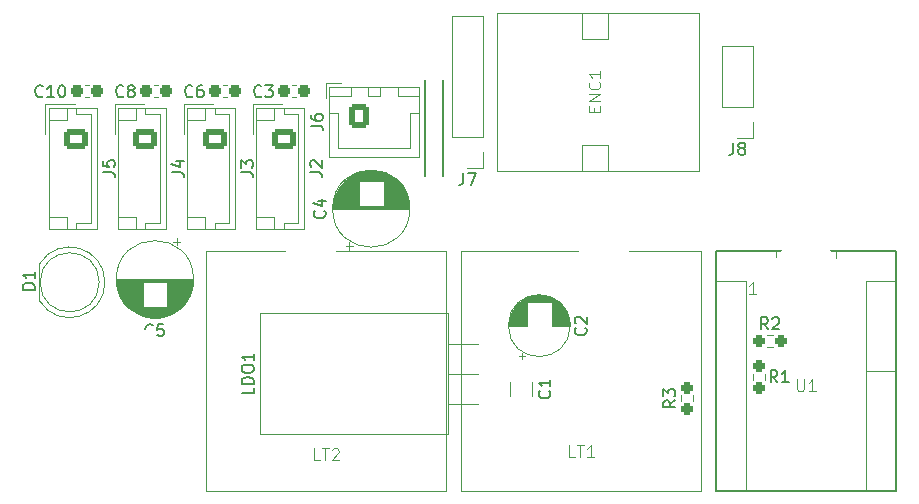
<source format=gbr>
%TF.GenerationSoftware,KiCad,Pcbnew,8.0.5*%
%TF.CreationDate,2024-09-28T03:45:08+09:00*%
%TF.ProjectId,_____,b5fcdcfa-7f2e-46b6-9963-61645f706362,rev?*%
%TF.SameCoordinates,Original*%
%TF.FileFunction,Legend,Top*%
%TF.FilePolarity,Positive*%
%FSLAX46Y46*%
G04 Gerber Fmt 4.6, Leading zero omitted, Abs format (unit mm)*
G04 Created by KiCad (PCBNEW 8.0.5) date 2024-09-28 03:45:08*
%MOMM*%
%LPD*%
G01*
G04 APERTURE LIST*
G04 Aperture macros list*
%AMRoundRect*
0 Rectangle with rounded corners*
0 $1 Rounding radius*
0 $2 $3 $4 $5 $6 $7 $8 $9 X,Y pos of 4 corners*
0 Add a 4 corners polygon primitive as box body*
4,1,4,$2,$3,$4,$5,$6,$7,$8,$9,$2,$3,0*
0 Add four circle primitives for the rounded corners*
1,1,$1+$1,$2,$3*
1,1,$1+$1,$4,$5*
1,1,$1+$1,$6,$7*
1,1,$1+$1,$8,$9*
0 Add four rect primitives between the rounded corners*
20,1,$1+$1,$2,$3,$4,$5,0*
20,1,$1+$1,$4,$5,$6,$7,0*
20,1,$1+$1,$6,$7,$8,$9,0*
20,1,$1+$1,$8,$9,$2,$3,0*%
G04 Aperture macros list end*
%ADD10C,0.150000*%
%ADD11C,0.100000*%
%ADD12C,0.120000*%
%ADD13C,0.200000*%
%ADD14C,1.600000*%
%ADD15C,1.524000*%
%ADD16R,1.524000X1.524000*%
%ADD17RoundRect,0.237500X-0.300000X-0.237500X0.300000X-0.237500X0.300000X0.237500X-0.300000X0.237500X0*%
%ADD18C,1.750000*%
%ADD19C,5.600000*%
%ADD20R,1.700000X1.700000*%
%ADD21O,1.700000X1.700000*%
%ADD22RoundRect,0.237500X0.237500X-0.250000X0.237500X0.250000X-0.237500X0.250000X-0.237500X-0.250000X0*%
%ADD23R,1.600000X1.600000*%
%ADD24O,3.500000X3.500000*%
%ADD25R,2.000000X1.905000*%
%ADD26O,2.000000X1.905000*%
%ADD27C,3.500000*%
%ADD28R,3.500000X3.500000*%
%ADD29C,1.400000*%
%ADD30RoundRect,0.250000X-0.725000X0.600000X-0.725000X-0.600000X0.725000X-0.600000X0.725000X0.600000X0*%
%ADD31O,1.950000X1.700000*%
%ADD32RoundRect,0.250000X-0.600000X-0.750000X0.600000X-0.750000X0.600000X0.750000X-0.600000X0.750000X0*%
%ADD33O,1.700000X2.000000*%
%ADD34R,1.800000X1.800000*%
%ADD35C,1.800000*%
%ADD36RoundRect,0.237500X-0.250000X-0.237500X0.250000X-0.237500X0.250000X0.237500X-0.250000X0.237500X0*%
G04 APERTURE END LIST*
D10*
X69342000Y-71120000D02*
X69342000Y-62992000D01*
X70866000Y-62992000D02*
X70866000Y-71120000D01*
X79841580Y-89320666D02*
X79889200Y-89368285D01*
X79889200Y-89368285D02*
X79936819Y-89511142D01*
X79936819Y-89511142D02*
X79936819Y-89606380D01*
X79936819Y-89606380D02*
X79889200Y-89749237D01*
X79889200Y-89749237D02*
X79793961Y-89844475D01*
X79793961Y-89844475D02*
X79698723Y-89892094D01*
X79698723Y-89892094D02*
X79508247Y-89939713D01*
X79508247Y-89939713D02*
X79365390Y-89939713D01*
X79365390Y-89939713D02*
X79174914Y-89892094D01*
X79174914Y-89892094D02*
X79079676Y-89844475D01*
X79079676Y-89844475D02*
X78984438Y-89749237D01*
X78984438Y-89749237D02*
X78936819Y-89606380D01*
X78936819Y-89606380D02*
X78936819Y-89511142D01*
X78936819Y-89511142D02*
X78984438Y-89368285D01*
X78984438Y-89368285D02*
X79032057Y-89320666D01*
X79936819Y-88368285D02*
X79936819Y-88939713D01*
X79936819Y-88653999D02*
X78936819Y-88653999D01*
X78936819Y-88653999D02*
X79079676Y-88749237D01*
X79079676Y-88749237D02*
X79174914Y-88844475D01*
X79174914Y-88844475D02*
X79222533Y-88939713D01*
D11*
X100838095Y-88357419D02*
X100838095Y-89166942D01*
X100838095Y-89166942D02*
X100885714Y-89262180D01*
X100885714Y-89262180D02*
X100933333Y-89309800D01*
X100933333Y-89309800D02*
X101028571Y-89357419D01*
X101028571Y-89357419D02*
X101219047Y-89357419D01*
X101219047Y-89357419D02*
X101314285Y-89309800D01*
X101314285Y-89309800D02*
X101361904Y-89262180D01*
X101361904Y-89262180D02*
X101409523Y-89166942D01*
X101409523Y-89166942D02*
X101409523Y-88357419D01*
X102409523Y-89357419D02*
X101838095Y-89357419D01*
X102123809Y-89357419D02*
X102123809Y-88357419D01*
X102123809Y-88357419D02*
X102028571Y-88500276D01*
X102028571Y-88500276D02*
X101933333Y-88595514D01*
X101933333Y-88595514D02*
X101838095Y-88643133D01*
X97347693Y-81152419D02*
X96776265Y-81152419D01*
X97061979Y-81152419D02*
X97061979Y-80152419D01*
X97061979Y-80152419D02*
X96966741Y-80295276D01*
X96966741Y-80295276D02*
X96871503Y-80390514D01*
X96871503Y-80390514D02*
X96776265Y-80438133D01*
D10*
X43775333Y-64367580D02*
X43727714Y-64415200D01*
X43727714Y-64415200D02*
X43584857Y-64462819D01*
X43584857Y-64462819D02*
X43489619Y-64462819D01*
X43489619Y-64462819D02*
X43346762Y-64415200D01*
X43346762Y-64415200D02*
X43251524Y-64319961D01*
X43251524Y-64319961D02*
X43203905Y-64224723D01*
X43203905Y-64224723D02*
X43156286Y-64034247D01*
X43156286Y-64034247D02*
X43156286Y-63891390D01*
X43156286Y-63891390D02*
X43203905Y-63700914D01*
X43203905Y-63700914D02*
X43251524Y-63605676D01*
X43251524Y-63605676D02*
X43346762Y-63510438D01*
X43346762Y-63510438D02*
X43489619Y-63462819D01*
X43489619Y-63462819D02*
X43584857Y-63462819D01*
X43584857Y-63462819D02*
X43727714Y-63510438D01*
X43727714Y-63510438D02*
X43775333Y-63558057D01*
X44346762Y-63891390D02*
X44251524Y-63843771D01*
X44251524Y-63843771D02*
X44203905Y-63796152D01*
X44203905Y-63796152D02*
X44156286Y-63700914D01*
X44156286Y-63700914D02*
X44156286Y-63653295D01*
X44156286Y-63653295D02*
X44203905Y-63558057D01*
X44203905Y-63558057D02*
X44251524Y-63510438D01*
X44251524Y-63510438D02*
X44346762Y-63462819D01*
X44346762Y-63462819D02*
X44537238Y-63462819D01*
X44537238Y-63462819D02*
X44632476Y-63510438D01*
X44632476Y-63510438D02*
X44680095Y-63558057D01*
X44680095Y-63558057D02*
X44727714Y-63653295D01*
X44727714Y-63653295D02*
X44727714Y-63700914D01*
X44727714Y-63700914D02*
X44680095Y-63796152D01*
X44680095Y-63796152D02*
X44632476Y-63843771D01*
X44632476Y-63843771D02*
X44537238Y-63891390D01*
X44537238Y-63891390D02*
X44346762Y-63891390D01*
X44346762Y-63891390D02*
X44251524Y-63939009D01*
X44251524Y-63939009D02*
X44203905Y-63986628D01*
X44203905Y-63986628D02*
X44156286Y-64081866D01*
X44156286Y-64081866D02*
X44156286Y-64272342D01*
X44156286Y-64272342D02*
X44203905Y-64367580D01*
X44203905Y-64367580D02*
X44251524Y-64415200D01*
X44251524Y-64415200D02*
X44346762Y-64462819D01*
X44346762Y-64462819D02*
X44537238Y-64462819D01*
X44537238Y-64462819D02*
X44632476Y-64415200D01*
X44632476Y-64415200D02*
X44680095Y-64367580D01*
X44680095Y-64367580D02*
X44727714Y-64272342D01*
X44727714Y-64272342D02*
X44727714Y-64081866D01*
X44727714Y-64081866D02*
X44680095Y-63986628D01*
X44680095Y-63986628D02*
X44632476Y-63939009D01*
X44632476Y-63939009D02*
X44537238Y-63891390D01*
D11*
X83645009Y-65711485D02*
X83645009Y-65378152D01*
X84168819Y-65235295D02*
X84168819Y-65711485D01*
X84168819Y-65711485D02*
X83168819Y-65711485D01*
X83168819Y-65711485D02*
X83168819Y-65235295D01*
X84168819Y-64806723D02*
X83168819Y-64806723D01*
X83168819Y-64806723D02*
X84168819Y-64235295D01*
X84168819Y-64235295D02*
X83168819Y-64235295D01*
X84073580Y-63187676D02*
X84121200Y-63235295D01*
X84121200Y-63235295D02*
X84168819Y-63378152D01*
X84168819Y-63378152D02*
X84168819Y-63473390D01*
X84168819Y-63473390D02*
X84121200Y-63616247D01*
X84121200Y-63616247D02*
X84025961Y-63711485D01*
X84025961Y-63711485D02*
X83930723Y-63759104D01*
X83930723Y-63759104D02*
X83740247Y-63806723D01*
X83740247Y-63806723D02*
X83597390Y-63806723D01*
X83597390Y-63806723D02*
X83406914Y-63759104D01*
X83406914Y-63759104D02*
X83311676Y-63711485D01*
X83311676Y-63711485D02*
X83216438Y-63616247D01*
X83216438Y-63616247D02*
X83168819Y-63473390D01*
X83168819Y-63473390D02*
X83168819Y-63378152D01*
X83168819Y-63378152D02*
X83216438Y-63235295D01*
X83216438Y-63235295D02*
X83264057Y-63187676D01*
X84168819Y-62235295D02*
X84168819Y-62806723D01*
X84168819Y-62521009D02*
X83168819Y-62521009D01*
X83168819Y-62521009D02*
X83311676Y-62616247D01*
X83311676Y-62616247D02*
X83406914Y-62711485D01*
X83406914Y-62711485D02*
X83454533Y-62806723D01*
D10*
X49617333Y-64367580D02*
X49569714Y-64415200D01*
X49569714Y-64415200D02*
X49426857Y-64462819D01*
X49426857Y-64462819D02*
X49331619Y-64462819D01*
X49331619Y-64462819D02*
X49188762Y-64415200D01*
X49188762Y-64415200D02*
X49093524Y-64319961D01*
X49093524Y-64319961D02*
X49045905Y-64224723D01*
X49045905Y-64224723D02*
X48998286Y-64034247D01*
X48998286Y-64034247D02*
X48998286Y-63891390D01*
X48998286Y-63891390D02*
X49045905Y-63700914D01*
X49045905Y-63700914D02*
X49093524Y-63605676D01*
X49093524Y-63605676D02*
X49188762Y-63510438D01*
X49188762Y-63510438D02*
X49331619Y-63462819D01*
X49331619Y-63462819D02*
X49426857Y-63462819D01*
X49426857Y-63462819D02*
X49569714Y-63510438D01*
X49569714Y-63510438D02*
X49617333Y-63558057D01*
X50474476Y-63462819D02*
X50284000Y-63462819D01*
X50284000Y-63462819D02*
X50188762Y-63510438D01*
X50188762Y-63510438D02*
X50141143Y-63558057D01*
X50141143Y-63558057D02*
X50045905Y-63700914D01*
X50045905Y-63700914D02*
X49998286Y-63891390D01*
X49998286Y-63891390D02*
X49998286Y-64272342D01*
X49998286Y-64272342D02*
X50045905Y-64367580D01*
X50045905Y-64367580D02*
X50093524Y-64415200D01*
X50093524Y-64415200D02*
X50188762Y-64462819D01*
X50188762Y-64462819D02*
X50379238Y-64462819D01*
X50379238Y-64462819D02*
X50474476Y-64415200D01*
X50474476Y-64415200D02*
X50522095Y-64367580D01*
X50522095Y-64367580D02*
X50569714Y-64272342D01*
X50569714Y-64272342D02*
X50569714Y-64034247D01*
X50569714Y-64034247D02*
X50522095Y-63939009D01*
X50522095Y-63939009D02*
X50474476Y-63891390D01*
X50474476Y-63891390D02*
X50379238Y-63843771D01*
X50379238Y-63843771D02*
X50188762Y-63843771D01*
X50188762Y-63843771D02*
X50093524Y-63891390D01*
X50093524Y-63891390D02*
X50045905Y-63939009D01*
X50045905Y-63939009D02*
X49998286Y-64034247D01*
X72564666Y-70872819D02*
X72564666Y-71587104D01*
X72564666Y-71587104D02*
X72517047Y-71729961D01*
X72517047Y-71729961D02*
X72421809Y-71825200D01*
X72421809Y-71825200D02*
X72278952Y-71872819D01*
X72278952Y-71872819D02*
X72183714Y-71872819D01*
X72945619Y-70872819D02*
X73612285Y-70872819D01*
X73612285Y-70872819D02*
X73183714Y-71872819D01*
X90515619Y-90133466D02*
X90039428Y-90466799D01*
X90515619Y-90704894D02*
X89515619Y-90704894D01*
X89515619Y-90704894D02*
X89515619Y-90323942D01*
X89515619Y-90323942D02*
X89563238Y-90228704D01*
X89563238Y-90228704D02*
X89610857Y-90181085D01*
X89610857Y-90181085D02*
X89706095Y-90133466D01*
X89706095Y-90133466D02*
X89848952Y-90133466D01*
X89848952Y-90133466D02*
X89944190Y-90181085D01*
X89944190Y-90181085D02*
X89991809Y-90228704D01*
X89991809Y-90228704D02*
X90039428Y-90323942D01*
X90039428Y-90323942D02*
X90039428Y-90704894D01*
X89515619Y-89800132D02*
X89515619Y-89181085D01*
X89515619Y-89181085D02*
X89896571Y-89514418D01*
X89896571Y-89514418D02*
X89896571Y-89371561D01*
X89896571Y-89371561D02*
X89944190Y-89276323D01*
X89944190Y-89276323D02*
X89991809Y-89228704D01*
X89991809Y-89228704D02*
X90087047Y-89181085D01*
X90087047Y-89181085D02*
X90325142Y-89181085D01*
X90325142Y-89181085D02*
X90420380Y-89228704D01*
X90420380Y-89228704D02*
X90468000Y-89276323D01*
X90468000Y-89276323D02*
X90515619Y-89371561D01*
X90515619Y-89371561D02*
X90515619Y-89657275D01*
X90515619Y-89657275D02*
X90468000Y-89752513D01*
X90468000Y-89752513D02*
X90420380Y-89800132D01*
X95424666Y-68332819D02*
X95424666Y-69047104D01*
X95424666Y-69047104D02*
X95377047Y-69189961D01*
X95377047Y-69189961D02*
X95281809Y-69285200D01*
X95281809Y-69285200D02*
X95138952Y-69332819D01*
X95138952Y-69332819D02*
X95043714Y-69332819D01*
X96043714Y-68761390D02*
X95948476Y-68713771D01*
X95948476Y-68713771D02*
X95900857Y-68666152D01*
X95900857Y-68666152D02*
X95853238Y-68570914D01*
X95853238Y-68570914D02*
X95853238Y-68523295D01*
X95853238Y-68523295D02*
X95900857Y-68428057D01*
X95900857Y-68428057D02*
X95948476Y-68380438D01*
X95948476Y-68380438D02*
X96043714Y-68332819D01*
X96043714Y-68332819D02*
X96234190Y-68332819D01*
X96234190Y-68332819D02*
X96329428Y-68380438D01*
X96329428Y-68380438D02*
X96377047Y-68428057D01*
X96377047Y-68428057D02*
X96424666Y-68523295D01*
X96424666Y-68523295D02*
X96424666Y-68570914D01*
X96424666Y-68570914D02*
X96377047Y-68666152D01*
X96377047Y-68666152D02*
X96329428Y-68713771D01*
X96329428Y-68713771D02*
X96234190Y-68761390D01*
X96234190Y-68761390D02*
X96043714Y-68761390D01*
X96043714Y-68761390D02*
X95948476Y-68809009D01*
X95948476Y-68809009D02*
X95900857Y-68856628D01*
X95900857Y-68856628D02*
X95853238Y-68951866D01*
X95853238Y-68951866D02*
X95853238Y-69142342D01*
X95853238Y-69142342D02*
X95900857Y-69237580D01*
X95900857Y-69237580D02*
X95948476Y-69285200D01*
X95948476Y-69285200D02*
X96043714Y-69332819D01*
X96043714Y-69332819D02*
X96234190Y-69332819D01*
X96234190Y-69332819D02*
X96329428Y-69285200D01*
X96329428Y-69285200D02*
X96377047Y-69237580D01*
X96377047Y-69237580D02*
X96424666Y-69142342D01*
X96424666Y-69142342D02*
X96424666Y-68951866D01*
X96424666Y-68951866D02*
X96377047Y-68856628D01*
X96377047Y-68856628D02*
X96329428Y-68809009D01*
X96329428Y-68809009D02*
X96234190Y-68761390D01*
X99147333Y-88592819D02*
X98814000Y-88116628D01*
X98575905Y-88592819D02*
X98575905Y-87592819D01*
X98575905Y-87592819D02*
X98956857Y-87592819D01*
X98956857Y-87592819D02*
X99052095Y-87640438D01*
X99052095Y-87640438D02*
X99099714Y-87688057D01*
X99099714Y-87688057D02*
X99147333Y-87783295D01*
X99147333Y-87783295D02*
X99147333Y-87926152D01*
X99147333Y-87926152D02*
X99099714Y-88021390D01*
X99099714Y-88021390D02*
X99052095Y-88069009D01*
X99052095Y-88069009D02*
X98956857Y-88116628D01*
X98956857Y-88116628D02*
X98575905Y-88116628D01*
X100099714Y-88592819D02*
X99528286Y-88592819D01*
X99814000Y-88592819D02*
X99814000Y-87592819D01*
X99814000Y-87592819D02*
X99718762Y-87735676D01*
X99718762Y-87735676D02*
X99623524Y-87830914D01*
X99623524Y-87830914D02*
X99528286Y-87878533D01*
X46264533Y-84585980D02*
X46216914Y-84633600D01*
X46216914Y-84633600D02*
X46074057Y-84681219D01*
X46074057Y-84681219D02*
X45978819Y-84681219D01*
X45978819Y-84681219D02*
X45835962Y-84633600D01*
X45835962Y-84633600D02*
X45740724Y-84538361D01*
X45740724Y-84538361D02*
X45693105Y-84443123D01*
X45693105Y-84443123D02*
X45645486Y-84252647D01*
X45645486Y-84252647D02*
X45645486Y-84109790D01*
X45645486Y-84109790D02*
X45693105Y-83919314D01*
X45693105Y-83919314D02*
X45740724Y-83824076D01*
X45740724Y-83824076D02*
X45835962Y-83728838D01*
X45835962Y-83728838D02*
X45978819Y-83681219D01*
X45978819Y-83681219D02*
X46074057Y-83681219D01*
X46074057Y-83681219D02*
X46216914Y-83728838D01*
X46216914Y-83728838D02*
X46264533Y-83776457D01*
X47169295Y-83681219D02*
X46693105Y-83681219D01*
X46693105Y-83681219D02*
X46645486Y-84157409D01*
X46645486Y-84157409D02*
X46693105Y-84109790D01*
X46693105Y-84109790D02*
X46788343Y-84062171D01*
X46788343Y-84062171D02*
X47026438Y-84062171D01*
X47026438Y-84062171D02*
X47121676Y-84109790D01*
X47121676Y-84109790D02*
X47169295Y-84157409D01*
X47169295Y-84157409D02*
X47216914Y-84252647D01*
X47216914Y-84252647D02*
X47216914Y-84490742D01*
X47216914Y-84490742D02*
X47169295Y-84585980D01*
X47169295Y-84585980D02*
X47121676Y-84633600D01*
X47121676Y-84633600D02*
X47026438Y-84681219D01*
X47026438Y-84681219D02*
X46788343Y-84681219D01*
X46788343Y-84681219D02*
X46693105Y-84633600D01*
X46693105Y-84633600D02*
X46645486Y-84585980D01*
X54804819Y-89074476D02*
X54804819Y-89550666D01*
X54804819Y-89550666D02*
X53804819Y-89550666D01*
X54804819Y-88741142D02*
X53804819Y-88741142D01*
X53804819Y-88741142D02*
X53804819Y-88503047D01*
X53804819Y-88503047D02*
X53852438Y-88360190D01*
X53852438Y-88360190D02*
X53947676Y-88264952D01*
X53947676Y-88264952D02*
X54042914Y-88217333D01*
X54042914Y-88217333D02*
X54233390Y-88169714D01*
X54233390Y-88169714D02*
X54376247Y-88169714D01*
X54376247Y-88169714D02*
X54566723Y-88217333D01*
X54566723Y-88217333D02*
X54661961Y-88264952D01*
X54661961Y-88264952D02*
X54757200Y-88360190D01*
X54757200Y-88360190D02*
X54804819Y-88503047D01*
X54804819Y-88503047D02*
X54804819Y-88741142D01*
X53804819Y-87550666D02*
X53804819Y-87360190D01*
X53804819Y-87360190D02*
X53852438Y-87264952D01*
X53852438Y-87264952D02*
X53947676Y-87169714D01*
X53947676Y-87169714D02*
X54138152Y-87122095D01*
X54138152Y-87122095D02*
X54471485Y-87122095D01*
X54471485Y-87122095D02*
X54661961Y-87169714D01*
X54661961Y-87169714D02*
X54757200Y-87264952D01*
X54757200Y-87264952D02*
X54804819Y-87360190D01*
X54804819Y-87360190D02*
X54804819Y-87550666D01*
X54804819Y-87550666D02*
X54757200Y-87645904D01*
X54757200Y-87645904D02*
X54661961Y-87741142D01*
X54661961Y-87741142D02*
X54471485Y-87788761D01*
X54471485Y-87788761D02*
X54138152Y-87788761D01*
X54138152Y-87788761D02*
X53947676Y-87741142D01*
X53947676Y-87741142D02*
X53852438Y-87645904D01*
X53852438Y-87645904D02*
X53804819Y-87550666D01*
X54804819Y-86169714D02*
X54804819Y-86741142D01*
X54804819Y-86455428D02*
X53804819Y-86455428D01*
X53804819Y-86455428D02*
X53947676Y-86550666D01*
X53947676Y-86550666D02*
X54042914Y-86645904D01*
X54042914Y-86645904D02*
X54090533Y-86741142D01*
X42056619Y-70807533D02*
X42770904Y-70807533D01*
X42770904Y-70807533D02*
X42913761Y-70855152D01*
X42913761Y-70855152D02*
X43009000Y-70950390D01*
X43009000Y-70950390D02*
X43056619Y-71093247D01*
X43056619Y-71093247D02*
X43056619Y-71188485D01*
X42056619Y-69855152D02*
X42056619Y-70331342D01*
X42056619Y-70331342D02*
X42532809Y-70378961D01*
X42532809Y-70378961D02*
X42485190Y-70331342D01*
X42485190Y-70331342D02*
X42437571Y-70236104D01*
X42437571Y-70236104D02*
X42437571Y-69998009D01*
X42437571Y-69998009D02*
X42485190Y-69902771D01*
X42485190Y-69902771D02*
X42532809Y-69855152D01*
X42532809Y-69855152D02*
X42628047Y-69807533D01*
X42628047Y-69807533D02*
X42866142Y-69807533D01*
X42866142Y-69807533D02*
X42961380Y-69855152D01*
X42961380Y-69855152D02*
X43009000Y-69902771D01*
X43009000Y-69902771D02*
X43056619Y-69998009D01*
X43056619Y-69998009D02*
X43056619Y-70236104D01*
X43056619Y-70236104D02*
X43009000Y-70331342D01*
X43009000Y-70331342D02*
X42961380Y-70378961D01*
X82909580Y-83986666D02*
X82957200Y-84034285D01*
X82957200Y-84034285D02*
X83004819Y-84177142D01*
X83004819Y-84177142D02*
X83004819Y-84272380D01*
X83004819Y-84272380D02*
X82957200Y-84415237D01*
X82957200Y-84415237D02*
X82861961Y-84510475D01*
X82861961Y-84510475D02*
X82766723Y-84558094D01*
X82766723Y-84558094D02*
X82576247Y-84605713D01*
X82576247Y-84605713D02*
X82433390Y-84605713D01*
X82433390Y-84605713D02*
X82242914Y-84558094D01*
X82242914Y-84558094D02*
X82147676Y-84510475D01*
X82147676Y-84510475D02*
X82052438Y-84415237D01*
X82052438Y-84415237D02*
X82004819Y-84272380D01*
X82004819Y-84272380D02*
X82004819Y-84177142D01*
X82004819Y-84177142D02*
X82052438Y-84034285D01*
X82052438Y-84034285D02*
X82100057Y-83986666D01*
X82100057Y-83605713D02*
X82052438Y-83558094D01*
X82052438Y-83558094D02*
X82004819Y-83462856D01*
X82004819Y-83462856D02*
X82004819Y-83224761D01*
X82004819Y-83224761D02*
X82052438Y-83129523D01*
X82052438Y-83129523D02*
X82100057Y-83081904D01*
X82100057Y-83081904D02*
X82195295Y-83034285D01*
X82195295Y-83034285D02*
X82290533Y-83034285D01*
X82290533Y-83034285D02*
X82433390Y-83081904D01*
X82433390Y-83081904D02*
X83004819Y-83653332D01*
X83004819Y-83653332D02*
X83004819Y-83034285D01*
X36949142Y-64367580D02*
X36901523Y-64415200D01*
X36901523Y-64415200D02*
X36758666Y-64462819D01*
X36758666Y-64462819D02*
X36663428Y-64462819D01*
X36663428Y-64462819D02*
X36520571Y-64415200D01*
X36520571Y-64415200D02*
X36425333Y-64319961D01*
X36425333Y-64319961D02*
X36377714Y-64224723D01*
X36377714Y-64224723D02*
X36330095Y-64034247D01*
X36330095Y-64034247D02*
X36330095Y-63891390D01*
X36330095Y-63891390D02*
X36377714Y-63700914D01*
X36377714Y-63700914D02*
X36425333Y-63605676D01*
X36425333Y-63605676D02*
X36520571Y-63510438D01*
X36520571Y-63510438D02*
X36663428Y-63462819D01*
X36663428Y-63462819D02*
X36758666Y-63462819D01*
X36758666Y-63462819D02*
X36901523Y-63510438D01*
X36901523Y-63510438D02*
X36949142Y-63558057D01*
X37901523Y-64462819D02*
X37330095Y-64462819D01*
X37615809Y-64462819D02*
X37615809Y-63462819D01*
X37615809Y-63462819D02*
X37520571Y-63605676D01*
X37520571Y-63605676D02*
X37425333Y-63700914D01*
X37425333Y-63700914D02*
X37330095Y-63748533D01*
X38520571Y-63462819D02*
X38615809Y-63462819D01*
X38615809Y-63462819D02*
X38711047Y-63510438D01*
X38711047Y-63510438D02*
X38758666Y-63558057D01*
X38758666Y-63558057D02*
X38806285Y-63653295D01*
X38806285Y-63653295D02*
X38853904Y-63843771D01*
X38853904Y-63843771D02*
X38853904Y-64081866D01*
X38853904Y-64081866D02*
X38806285Y-64272342D01*
X38806285Y-64272342D02*
X38758666Y-64367580D01*
X38758666Y-64367580D02*
X38711047Y-64415200D01*
X38711047Y-64415200D02*
X38615809Y-64462819D01*
X38615809Y-64462819D02*
X38520571Y-64462819D01*
X38520571Y-64462819D02*
X38425333Y-64415200D01*
X38425333Y-64415200D02*
X38377714Y-64367580D01*
X38377714Y-64367580D02*
X38330095Y-64272342D01*
X38330095Y-64272342D02*
X38282476Y-64081866D01*
X38282476Y-64081866D02*
X38282476Y-63843771D01*
X38282476Y-63843771D02*
X38330095Y-63653295D01*
X38330095Y-63653295D02*
X38377714Y-63558057D01*
X38377714Y-63558057D02*
X38425333Y-63510438D01*
X38425333Y-63510438D02*
X38520571Y-63462819D01*
X60811580Y-74080666D02*
X60859200Y-74128285D01*
X60859200Y-74128285D02*
X60906819Y-74271142D01*
X60906819Y-74271142D02*
X60906819Y-74366380D01*
X60906819Y-74366380D02*
X60859200Y-74509237D01*
X60859200Y-74509237D02*
X60763961Y-74604475D01*
X60763961Y-74604475D02*
X60668723Y-74652094D01*
X60668723Y-74652094D02*
X60478247Y-74699713D01*
X60478247Y-74699713D02*
X60335390Y-74699713D01*
X60335390Y-74699713D02*
X60144914Y-74652094D01*
X60144914Y-74652094D02*
X60049676Y-74604475D01*
X60049676Y-74604475D02*
X59954438Y-74509237D01*
X59954438Y-74509237D02*
X59906819Y-74366380D01*
X59906819Y-74366380D02*
X59906819Y-74271142D01*
X59906819Y-74271142D02*
X59954438Y-74128285D01*
X59954438Y-74128285D02*
X60002057Y-74080666D01*
X60240152Y-73223523D02*
X60906819Y-73223523D01*
X59859200Y-73461618D02*
X60573485Y-73699713D01*
X60573485Y-73699713D02*
X60573485Y-73080666D01*
X47906619Y-70807533D02*
X48620904Y-70807533D01*
X48620904Y-70807533D02*
X48763761Y-70855152D01*
X48763761Y-70855152D02*
X48859000Y-70950390D01*
X48859000Y-70950390D02*
X48906619Y-71093247D01*
X48906619Y-71093247D02*
X48906619Y-71188485D01*
X48239952Y-69902771D02*
X48906619Y-69902771D01*
X47859000Y-70140866D02*
X48573285Y-70378961D01*
X48573285Y-70378961D02*
X48573285Y-69759914D01*
X59606619Y-70807533D02*
X60320904Y-70807533D01*
X60320904Y-70807533D02*
X60463761Y-70855152D01*
X60463761Y-70855152D02*
X60559000Y-70950390D01*
X60559000Y-70950390D02*
X60606619Y-71093247D01*
X60606619Y-71093247D02*
X60606619Y-71188485D01*
X59701857Y-70378961D02*
X59654238Y-70331342D01*
X59654238Y-70331342D02*
X59606619Y-70236104D01*
X59606619Y-70236104D02*
X59606619Y-69998009D01*
X59606619Y-69998009D02*
X59654238Y-69902771D01*
X59654238Y-69902771D02*
X59701857Y-69855152D01*
X59701857Y-69855152D02*
X59797095Y-69807533D01*
X59797095Y-69807533D02*
X59892333Y-69807533D01*
X59892333Y-69807533D02*
X60035190Y-69855152D01*
X60035190Y-69855152D02*
X60606619Y-70426580D01*
X60606619Y-70426580D02*
X60606619Y-69807533D01*
X59652819Y-66881333D02*
X60367104Y-66881333D01*
X60367104Y-66881333D02*
X60509961Y-66928952D01*
X60509961Y-66928952D02*
X60605200Y-67024190D01*
X60605200Y-67024190D02*
X60652819Y-67167047D01*
X60652819Y-67167047D02*
X60652819Y-67262285D01*
X59652819Y-65976571D02*
X59652819Y-66167047D01*
X59652819Y-66167047D02*
X59700438Y-66262285D01*
X59700438Y-66262285D02*
X59748057Y-66309904D01*
X59748057Y-66309904D02*
X59890914Y-66405142D01*
X59890914Y-66405142D02*
X60081390Y-66452761D01*
X60081390Y-66452761D02*
X60462342Y-66452761D01*
X60462342Y-66452761D02*
X60557580Y-66405142D01*
X60557580Y-66405142D02*
X60605200Y-66357523D01*
X60605200Y-66357523D02*
X60652819Y-66262285D01*
X60652819Y-66262285D02*
X60652819Y-66071809D01*
X60652819Y-66071809D02*
X60605200Y-65976571D01*
X60605200Y-65976571D02*
X60557580Y-65928952D01*
X60557580Y-65928952D02*
X60462342Y-65881333D01*
X60462342Y-65881333D02*
X60224247Y-65881333D01*
X60224247Y-65881333D02*
X60129009Y-65928952D01*
X60129009Y-65928952D02*
X60081390Y-65976571D01*
X60081390Y-65976571D02*
X60033771Y-66071809D01*
X60033771Y-66071809D02*
X60033771Y-66262285D01*
X60033771Y-66262285D02*
X60081390Y-66357523D01*
X60081390Y-66357523D02*
X60129009Y-66405142D01*
X60129009Y-66405142D02*
X60224247Y-66452761D01*
X53756619Y-70807533D02*
X54470904Y-70807533D01*
X54470904Y-70807533D02*
X54613761Y-70855152D01*
X54613761Y-70855152D02*
X54709000Y-70950390D01*
X54709000Y-70950390D02*
X54756619Y-71093247D01*
X54756619Y-71093247D02*
X54756619Y-71188485D01*
X53756619Y-70426580D02*
X53756619Y-69807533D01*
X53756619Y-69807533D02*
X54137571Y-70140866D01*
X54137571Y-70140866D02*
X54137571Y-69998009D01*
X54137571Y-69998009D02*
X54185190Y-69902771D01*
X54185190Y-69902771D02*
X54232809Y-69855152D01*
X54232809Y-69855152D02*
X54328047Y-69807533D01*
X54328047Y-69807533D02*
X54566142Y-69807533D01*
X54566142Y-69807533D02*
X54661380Y-69855152D01*
X54661380Y-69855152D02*
X54709000Y-69902771D01*
X54709000Y-69902771D02*
X54756619Y-69998009D01*
X54756619Y-69998009D02*
X54756619Y-70283723D01*
X54756619Y-70283723D02*
X54709000Y-70378961D01*
X54709000Y-70378961D02*
X54661380Y-70426580D01*
X55459333Y-64367580D02*
X55411714Y-64415200D01*
X55411714Y-64415200D02*
X55268857Y-64462819D01*
X55268857Y-64462819D02*
X55173619Y-64462819D01*
X55173619Y-64462819D02*
X55030762Y-64415200D01*
X55030762Y-64415200D02*
X54935524Y-64319961D01*
X54935524Y-64319961D02*
X54887905Y-64224723D01*
X54887905Y-64224723D02*
X54840286Y-64034247D01*
X54840286Y-64034247D02*
X54840286Y-63891390D01*
X54840286Y-63891390D02*
X54887905Y-63700914D01*
X54887905Y-63700914D02*
X54935524Y-63605676D01*
X54935524Y-63605676D02*
X55030762Y-63510438D01*
X55030762Y-63510438D02*
X55173619Y-63462819D01*
X55173619Y-63462819D02*
X55268857Y-63462819D01*
X55268857Y-63462819D02*
X55411714Y-63510438D01*
X55411714Y-63510438D02*
X55459333Y-63558057D01*
X55792667Y-63462819D02*
X56411714Y-63462819D01*
X56411714Y-63462819D02*
X56078381Y-63843771D01*
X56078381Y-63843771D02*
X56221238Y-63843771D01*
X56221238Y-63843771D02*
X56316476Y-63891390D01*
X56316476Y-63891390D02*
X56364095Y-63939009D01*
X56364095Y-63939009D02*
X56411714Y-64034247D01*
X56411714Y-64034247D02*
X56411714Y-64272342D01*
X56411714Y-64272342D02*
X56364095Y-64367580D01*
X56364095Y-64367580D02*
X56316476Y-64415200D01*
X56316476Y-64415200D02*
X56221238Y-64462819D01*
X56221238Y-64462819D02*
X55935524Y-64462819D01*
X55935524Y-64462819D02*
X55840286Y-64415200D01*
X55840286Y-64415200D02*
X55792667Y-64367580D01*
X36268819Y-80748094D02*
X35268819Y-80748094D01*
X35268819Y-80748094D02*
X35268819Y-80509999D01*
X35268819Y-80509999D02*
X35316438Y-80367142D01*
X35316438Y-80367142D02*
X35411676Y-80271904D01*
X35411676Y-80271904D02*
X35506914Y-80224285D01*
X35506914Y-80224285D02*
X35697390Y-80176666D01*
X35697390Y-80176666D02*
X35840247Y-80176666D01*
X35840247Y-80176666D02*
X36030723Y-80224285D01*
X36030723Y-80224285D02*
X36125961Y-80271904D01*
X36125961Y-80271904D02*
X36221200Y-80367142D01*
X36221200Y-80367142D02*
X36268819Y-80509999D01*
X36268819Y-80509999D02*
X36268819Y-80748094D01*
X36268819Y-79224285D02*
X36268819Y-79795713D01*
X36268819Y-79509999D02*
X35268819Y-79509999D01*
X35268819Y-79509999D02*
X35411676Y-79605237D01*
X35411676Y-79605237D02*
X35506914Y-79700475D01*
X35506914Y-79700475D02*
X35554533Y-79795713D01*
X98361833Y-84114819D02*
X98028500Y-83638628D01*
X97790405Y-84114819D02*
X97790405Y-83114819D01*
X97790405Y-83114819D02*
X98171357Y-83114819D01*
X98171357Y-83114819D02*
X98266595Y-83162438D01*
X98266595Y-83162438D02*
X98314214Y-83210057D01*
X98314214Y-83210057D02*
X98361833Y-83305295D01*
X98361833Y-83305295D02*
X98361833Y-83448152D01*
X98361833Y-83448152D02*
X98314214Y-83543390D01*
X98314214Y-83543390D02*
X98266595Y-83591009D01*
X98266595Y-83591009D02*
X98171357Y-83638628D01*
X98171357Y-83638628D02*
X97790405Y-83638628D01*
X98742786Y-83210057D02*
X98790405Y-83162438D01*
X98790405Y-83162438D02*
X98885643Y-83114819D01*
X98885643Y-83114819D02*
X99123738Y-83114819D01*
X99123738Y-83114819D02*
X99218976Y-83162438D01*
X99218976Y-83162438D02*
X99266595Y-83210057D01*
X99266595Y-83210057D02*
X99314214Y-83305295D01*
X99314214Y-83305295D02*
X99314214Y-83400533D01*
X99314214Y-83400533D02*
X99266595Y-83543390D01*
X99266595Y-83543390D02*
X98695167Y-84114819D01*
X98695167Y-84114819D02*
X99314214Y-84114819D01*
D11*
X60412380Y-95199419D02*
X59936190Y-95199419D01*
X59936190Y-95199419D02*
X59936190Y-94199419D01*
X60602857Y-94199419D02*
X61174285Y-94199419D01*
X60888571Y-95199419D02*
X60888571Y-94199419D01*
X61460000Y-94294657D02*
X61507619Y-94247038D01*
X61507619Y-94247038D02*
X61602857Y-94199419D01*
X61602857Y-94199419D02*
X61840952Y-94199419D01*
X61840952Y-94199419D02*
X61936190Y-94247038D01*
X61936190Y-94247038D02*
X61983809Y-94294657D01*
X61983809Y-94294657D02*
X62031428Y-94389895D01*
X62031428Y-94389895D02*
X62031428Y-94485133D01*
X62031428Y-94485133D02*
X61983809Y-94627990D01*
X61983809Y-94627990D02*
X61412381Y-95199419D01*
X61412381Y-95199419D02*
X62031428Y-95199419D01*
X82002380Y-94945419D02*
X81526190Y-94945419D01*
X81526190Y-94945419D02*
X81526190Y-93945419D01*
X82192857Y-93945419D02*
X82764285Y-93945419D01*
X82478571Y-94945419D02*
X82478571Y-93945419D01*
X83621428Y-94945419D02*
X83050000Y-94945419D01*
X83335714Y-94945419D02*
X83335714Y-93945419D01*
X83335714Y-93945419D02*
X83240476Y-94088276D01*
X83240476Y-94088276D02*
X83145238Y-94183514D01*
X83145238Y-94183514D02*
X83050000Y-94231133D01*
D12*
%TO.C,C1*%
X76550000Y-89803000D02*
X76550000Y-88545000D01*
X78390000Y-89803000D02*
X78390000Y-88545000D01*
%TO.C,U1*%
D13*
X93980000Y-77470000D02*
X109220000Y-77470000D01*
X109220000Y-97790000D01*
X93980000Y-97790000D01*
X93980000Y-77470000D01*
D11*
X93980000Y-80010000D02*
X96520000Y-80010000D01*
X96520000Y-97790000D01*
X93980000Y-97790000D01*
X93980000Y-80010000D01*
X99060000Y-77470000D02*
X104140000Y-77470000D01*
X104140000Y-80010000D01*
X99060000Y-80010000D01*
X99060000Y-77470000D01*
X106680000Y-80010000D02*
X109220000Y-80010000D01*
X109220000Y-87630000D01*
X106680000Y-87630000D01*
X106680000Y-80010000D01*
X106680000Y-87630000D02*
X109220000Y-87630000D01*
X109220000Y-97790000D01*
X106680000Y-97790000D01*
X106680000Y-87630000D01*
D12*
%TO.C,C8*%
X46410533Y-63447200D02*
X46703067Y-63447200D01*
X46410533Y-64467200D02*
X46703067Y-64467200D01*
%TO.C,ENC1*%
D11*
X75441400Y-70697200D02*
X92481400Y-70697200D01*
X92481400Y-57297200D01*
X75441400Y-57297200D01*
X75441400Y-70697200D01*
X82611400Y-59497200D02*
X84811400Y-59497200D01*
X84811400Y-57297200D01*
X82611400Y-57297200D01*
X82611400Y-59497200D01*
X82611400Y-68497200D02*
X84811400Y-68497200D01*
X84811400Y-70697200D01*
X82611400Y-70697200D01*
X82611400Y-68497200D01*
D12*
%TO.C,C6*%
X52252533Y-63447200D02*
X52545067Y-63447200D01*
X52252533Y-64467200D02*
X52545067Y-64467200D01*
%TO.C,J7*%
X71568000Y-67818000D02*
X71568000Y-57598000D01*
X74228000Y-57598000D02*
X71568000Y-57598000D01*
X74228000Y-67818000D02*
X71568000Y-67818000D01*
X74228000Y-67818000D02*
X74228000Y-57598000D01*
X74228000Y-69088000D02*
X74228000Y-70418000D01*
X74228000Y-70418000D02*
X72898000Y-70418000D01*
%TO.C,R3*%
X90968300Y-90221524D02*
X90968300Y-89712076D01*
X92013300Y-90221524D02*
X92013300Y-89712076D01*
%TO.C,J8*%
X94428000Y-65278000D02*
X94428000Y-60138000D01*
X97088000Y-60138000D02*
X94428000Y-60138000D01*
X97088000Y-65278000D02*
X94428000Y-65278000D01*
X97088000Y-65278000D02*
X97088000Y-60138000D01*
X97088000Y-66548000D02*
X97088000Y-67878000D01*
X97088000Y-67878000D02*
X95758000Y-67878000D01*
%TO.C,R1*%
X97089700Y-88390824D02*
X97089700Y-87881376D01*
X98134700Y-88390824D02*
X98134700Y-87881376D01*
%TO.C,C5*%
X45416600Y-80117600D02*
X43234600Y-80117600D01*
X45416600Y-80157600D02*
X43238600Y-80157600D01*
X45416600Y-80197600D02*
X43241600Y-80197600D01*
X45416600Y-80237600D02*
X43245600Y-80237600D01*
X45416600Y-80277600D02*
X43250600Y-80277600D01*
X45416600Y-80317600D02*
X43255600Y-80317600D01*
X45416600Y-80357600D02*
X43261600Y-80357600D01*
X45416600Y-80397600D02*
X43267600Y-80397600D01*
X45416600Y-80437600D02*
X43274600Y-80437600D01*
X45416600Y-80477600D02*
X43281600Y-80477600D01*
X45416600Y-80517600D02*
X43289600Y-80517600D01*
X45416600Y-80557600D02*
X43297600Y-80557600D01*
X45416600Y-80598600D02*
X43306600Y-80598600D01*
X45416600Y-80638600D02*
X43315600Y-80638600D01*
X45416600Y-80678600D02*
X43325600Y-80678600D01*
X45416600Y-80718600D02*
X43335600Y-80718600D01*
X45416600Y-80758600D02*
X43346600Y-80758600D01*
X45416600Y-80798600D02*
X43358600Y-80798600D01*
X45416600Y-80838600D02*
X43370600Y-80838600D01*
X45416600Y-80878600D02*
X43382600Y-80878600D01*
X45416600Y-80918600D02*
X43395600Y-80918600D01*
X45416600Y-80958600D02*
X43409600Y-80958600D01*
X45416600Y-80998600D02*
X43423600Y-80998600D01*
X45416600Y-81038600D02*
X43438600Y-81038600D01*
X45416600Y-81078600D02*
X43454600Y-81078600D01*
X45416600Y-81118600D02*
X43470600Y-81118600D01*
X45416600Y-81158600D02*
X43486600Y-81158600D01*
X45416600Y-81198600D02*
X43504600Y-81198600D01*
X45416600Y-81238600D02*
X43522600Y-81238600D01*
X45416600Y-81278600D02*
X43540600Y-81278600D01*
X45416600Y-81318600D02*
X43560600Y-81318600D01*
X45416600Y-81358600D02*
X43580600Y-81358600D01*
X45416600Y-81398600D02*
X43600600Y-81398600D01*
X45416600Y-81438600D02*
X43622600Y-81438600D01*
X45416600Y-81478600D02*
X43644600Y-81478600D01*
X45416600Y-81518600D02*
X43666600Y-81518600D01*
X45416600Y-81558600D02*
X43690600Y-81558600D01*
X45416600Y-81598600D02*
X43714600Y-81598600D01*
X45416600Y-81638600D02*
X43740600Y-81638600D01*
X45416600Y-81678600D02*
X43766600Y-81678600D01*
X45416600Y-81718600D02*
X43792600Y-81718600D01*
X45416600Y-81758600D02*
X43820600Y-81758600D01*
X45416600Y-81798600D02*
X43849600Y-81798600D01*
X45416600Y-81838600D02*
X43878600Y-81838600D01*
X45416600Y-81878600D02*
X43908600Y-81878600D01*
X45416600Y-81918600D02*
X43940600Y-81918600D01*
X45416600Y-81958600D02*
X43972600Y-81958600D01*
X45416600Y-81998600D02*
X44006600Y-81998600D01*
X45416600Y-82038600D02*
X44040600Y-82038600D01*
X45416600Y-82078600D02*
X44076600Y-82078600D01*
X45416600Y-82118600D02*
X44113600Y-82118600D01*
X45416600Y-82158600D02*
X44151600Y-82158600D01*
X46858600Y-83118600D02*
X46054600Y-83118600D01*
X47089600Y-83078600D02*
X45823600Y-83078600D01*
X47258600Y-83038600D02*
X45654600Y-83038600D01*
X47396600Y-82998600D02*
X45516600Y-82998600D01*
X47515600Y-82958600D02*
X45397600Y-82958600D01*
X47621600Y-82918600D02*
X45291600Y-82918600D01*
X47718600Y-82878600D02*
X45194600Y-82878600D01*
X47806600Y-82838600D02*
X45106600Y-82838600D01*
X47888600Y-82798600D02*
X45024600Y-82798600D01*
X47965600Y-82758600D02*
X44947600Y-82758600D01*
X48037600Y-82718600D02*
X44875600Y-82718600D01*
X48106600Y-82678600D02*
X44806600Y-82678600D01*
X48170600Y-82638600D02*
X44742600Y-82638600D01*
X48232600Y-82598600D02*
X44680600Y-82598600D01*
X48290600Y-82558600D02*
X44622600Y-82558600D01*
X48295600Y-76377359D02*
X48295600Y-77007359D01*
X48346600Y-82518600D02*
X44566600Y-82518600D01*
X48400600Y-82478600D02*
X44512600Y-82478600D01*
X48451600Y-82438600D02*
X44461600Y-82438600D01*
X48500600Y-82398600D02*
X44412600Y-82398600D01*
X48548600Y-82358600D02*
X44364600Y-82358600D01*
X48593600Y-82318600D02*
X44319600Y-82318600D01*
X48610600Y-76692359D02*
X47980600Y-76692359D01*
X48638600Y-82278600D02*
X44274600Y-82278600D01*
X48680600Y-82238600D02*
X44232600Y-82238600D01*
X48721600Y-82198600D02*
X44191600Y-82198600D01*
X48761600Y-82158600D02*
X47496600Y-82158600D01*
X48799600Y-82118600D02*
X47496600Y-82118600D01*
X48836600Y-82078600D02*
X47496600Y-82078600D01*
X48872600Y-82038600D02*
X47496600Y-82038600D01*
X48906600Y-81998600D02*
X47496600Y-81998600D01*
X48940600Y-81958600D02*
X47496600Y-81958600D01*
X48972600Y-81918600D02*
X47496600Y-81918600D01*
X49004600Y-81878600D02*
X47496600Y-81878600D01*
X49034600Y-81838600D02*
X47496600Y-81838600D01*
X49063600Y-81798600D02*
X47496600Y-81798600D01*
X49092600Y-81758600D02*
X47496600Y-81758600D01*
X49120600Y-81718600D02*
X47496600Y-81718600D01*
X49146600Y-81678600D02*
X47496600Y-81678600D01*
X49172600Y-81638600D02*
X47496600Y-81638600D01*
X49198600Y-81598600D02*
X47496600Y-81598600D01*
X49222600Y-81558600D02*
X47496600Y-81558600D01*
X49246600Y-81518600D02*
X47496600Y-81518600D01*
X49268600Y-81478600D02*
X47496600Y-81478600D01*
X49290600Y-81438600D02*
X47496600Y-81438600D01*
X49312600Y-81398600D02*
X47496600Y-81398600D01*
X49332600Y-81358600D02*
X47496600Y-81358600D01*
X49352600Y-81318600D02*
X47496600Y-81318600D01*
X49372600Y-81278600D02*
X47496600Y-81278600D01*
X49390600Y-81238600D02*
X47496600Y-81238600D01*
X49408600Y-81198600D02*
X47496600Y-81198600D01*
X49426600Y-81158600D02*
X47496600Y-81158600D01*
X49442600Y-81118600D02*
X47496600Y-81118600D01*
X49458600Y-81078600D02*
X47496600Y-81078600D01*
X49474600Y-81038600D02*
X47496600Y-81038600D01*
X49489600Y-80998600D02*
X47496600Y-80998600D01*
X49503600Y-80958600D02*
X47496600Y-80958600D01*
X49517600Y-80918600D02*
X47496600Y-80918600D01*
X49530600Y-80878600D02*
X47496600Y-80878600D01*
X49542600Y-80838600D02*
X47496600Y-80838600D01*
X49554600Y-80798600D02*
X47496600Y-80798600D01*
X49566600Y-80758600D02*
X47496600Y-80758600D01*
X49577600Y-80718600D02*
X47496600Y-80718600D01*
X49587600Y-80678600D02*
X47496600Y-80678600D01*
X49597600Y-80638600D02*
X47496600Y-80638600D01*
X49606600Y-80598600D02*
X47496600Y-80598600D01*
X49615600Y-80557600D02*
X47496600Y-80557600D01*
X49623600Y-80517600D02*
X47496600Y-80517600D01*
X49631600Y-80477600D02*
X47496600Y-80477600D01*
X49638600Y-80437600D02*
X47496600Y-80437600D01*
X49645600Y-80397600D02*
X47496600Y-80397600D01*
X49651600Y-80357600D02*
X47496600Y-80357600D01*
X49657600Y-80317600D02*
X47496600Y-80317600D01*
X49662600Y-80277600D02*
X47496600Y-80277600D01*
X49667600Y-80237600D02*
X47496600Y-80237600D01*
X49671600Y-80197600D02*
X47496600Y-80197600D01*
X49674600Y-80157600D02*
X47496600Y-80157600D01*
X49678600Y-80117600D02*
X47496600Y-80117600D01*
X49680600Y-80077600D02*
X43232600Y-80077600D01*
X49683600Y-80037600D02*
X43229600Y-80037600D01*
X49684600Y-79997600D02*
X43228600Y-79997600D01*
X49686600Y-79877600D02*
X43226600Y-79877600D01*
X49686600Y-79917600D02*
X43226600Y-79917600D01*
X49686600Y-79957600D02*
X43226600Y-79957600D01*
X49726600Y-79877600D02*
G75*
G02*
X43186600Y-79877600I-3270000J0D01*
G01*
X43186600Y-79877600D02*
G75*
G02*
X49726600Y-79877600I3270000J0D01*
G01*
%TO.C,LDO1*%
X55350000Y-82764000D02*
X71240000Y-82764000D01*
X55350000Y-93004000D02*
X55350000Y-82764000D01*
X55350000Y-93004000D02*
X71240000Y-93004000D01*
X71240000Y-85344000D02*
X73780000Y-85344000D01*
X71240000Y-87884000D02*
X73780000Y-87884000D01*
X71240000Y-90424000D02*
X73780000Y-90424000D01*
X71240000Y-93004000D02*
X71240000Y-82764000D01*
%TO.C,J5*%
X37191800Y-65064200D02*
X37191800Y-67564200D01*
X37491800Y-65364200D02*
X37491800Y-75584200D01*
X37491800Y-75584200D02*
X41511800Y-75584200D01*
X38991800Y-65364200D02*
X38991800Y-66364200D01*
X38991800Y-66364200D02*
X37491800Y-66364200D01*
X38991800Y-74584200D02*
X37491800Y-74584200D01*
X38991800Y-75584200D02*
X38991800Y-74584200D01*
X39691800Y-65064200D02*
X37191800Y-65064200D01*
X39801800Y-65364200D02*
X39801800Y-65864200D01*
X39801800Y-65864200D02*
X41011800Y-65864200D01*
X39801800Y-75084200D02*
X39801800Y-75584200D01*
X41011800Y-65864200D02*
X41011800Y-75084200D01*
X41011800Y-75084200D02*
X39801800Y-75084200D01*
X41511800Y-65364200D02*
X37491800Y-65364200D01*
X41511800Y-75584200D02*
X41511800Y-65364200D01*
%TO.C,C2*%
X76414000Y-83764000D02*
X77954000Y-83764000D01*
X76414000Y-83804000D02*
X77954000Y-83804000D01*
X76415000Y-83724000D02*
X77954000Y-83724000D01*
X76416000Y-83684000D02*
X77954000Y-83684000D01*
X76418000Y-83644000D02*
X77954000Y-83644000D01*
X76421000Y-83604000D02*
X77954000Y-83604000D01*
X76425000Y-83564000D02*
X77954000Y-83564000D01*
X76429000Y-83524000D02*
X77954000Y-83524000D01*
X76433000Y-83484000D02*
X77954000Y-83484000D01*
X76438000Y-83444000D02*
X77954000Y-83444000D01*
X76444000Y-83404000D02*
X77954000Y-83404000D01*
X76451000Y-83364000D02*
X77954000Y-83364000D01*
X76458000Y-83324000D02*
X77954000Y-83324000D01*
X76466000Y-83284000D02*
X77954000Y-83284000D01*
X76474000Y-83244000D02*
X77954000Y-83244000D01*
X76483000Y-83204000D02*
X77954000Y-83204000D01*
X76493000Y-83164000D02*
X77954000Y-83164000D01*
X76503000Y-83124000D02*
X77954000Y-83124000D01*
X76514000Y-83083000D02*
X77954000Y-83083000D01*
X76526000Y-83043000D02*
X77954000Y-83043000D01*
X76539000Y-83003000D02*
X77954000Y-83003000D01*
X76552000Y-82963000D02*
X77954000Y-82963000D01*
X76566000Y-82923000D02*
X77954000Y-82923000D01*
X76580000Y-82883000D02*
X77954000Y-82883000D01*
X76596000Y-82843000D02*
X77954000Y-82843000D01*
X76612000Y-82803000D02*
X77954000Y-82803000D01*
X76629000Y-82763000D02*
X77954000Y-82763000D01*
X76646000Y-82723000D02*
X77954000Y-82723000D01*
X76665000Y-82683000D02*
X77954000Y-82683000D01*
X76684000Y-82643000D02*
X77954000Y-82643000D01*
X76704000Y-82603000D02*
X77954000Y-82603000D01*
X76726000Y-82563000D02*
X77954000Y-82563000D01*
X76747000Y-82523000D02*
X77954000Y-82523000D01*
X76770000Y-82483000D02*
X77954000Y-82483000D01*
X76794000Y-82443000D02*
X77954000Y-82443000D01*
X76819000Y-82403000D02*
X77954000Y-82403000D01*
X76845000Y-82363000D02*
X77954000Y-82363000D01*
X76872000Y-82323000D02*
X77954000Y-82323000D01*
X76899000Y-82283000D02*
X77954000Y-82283000D01*
X76929000Y-82243000D02*
X77954000Y-82243000D01*
X76959000Y-82203000D02*
X77954000Y-82203000D01*
X76990000Y-82163000D02*
X77954000Y-82163000D01*
X77023000Y-82123000D02*
X77954000Y-82123000D01*
X77057000Y-82083000D02*
X77954000Y-82083000D01*
X77093000Y-82043000D02*
X77954000Y-82043000D01*
X77130000Y-82003000D02*
X77954000Y-82003000D01*
X77168000Y-81963000D02*
X77954000Y-81963000D01*
X77209000Y-81923000D02*
X77954000Y-81923000D01*
X77251000Y-81883000D02*
X77954000Y-81883000D01*
X77269000Y-86358775D02*
X77769000Y-86358775D01*
X77295000Y-81843000D02*
X77954000Y-81843000D01*
X77341000Y-81803000D02*
X77954000Y-81803000D01*
X77389000Y-81763000D02*
X80599000Y-81763000D01*
X77440000Y-81723000D02*
X80548000Y-81723000D01*
X77494000Y-81683000D02*
X80494000Y-81683000D01*
X77519000Y-86608775D02*
X77519000Y-86108775D01*
X77551000Y-81643000D02*
X80437000Y-81643000D01*
X77611000Y-81603000D02*
X80377000Y-81603000D01*
X77675000Y-81563000D02*
X80313000Y-81563000D01*
X77743000Y-81523000D02*
X80245000Y-81523000D01*
X77816000Y-81483000D02*
X80172000Y-81483000D01*
X77896000Y-81443000D02*
X80092000Y-81443000D01*
X77983000Y-81403000D02*
X80005000Y-81403000D01*
X78079000Y-81363000D02*
X79909000Y-81363000D01*
X78189000Y-81323000D02*
X79799000Y-81323000D01*
X78317000Y-81283000D02*
X79671000Y-81283000D01*
X78476000Y-81243000D02*
X79512000Y-81243000D01*
X78710000Y-81203000D02*
X79278000Y-81203000D01*
X80034000Y-81803000D02*
X80647000Y-81803000D01*
X80034000Y-81843000D02*
X80693000Y-81843000D01*
X80034000Y-81883000D02*
X80737000Y-81883000D01*
X80034000Y-81923000D02*
X80779000Y-81923000D01*
X80034000Y-81963000D02*
X80820000Y-81963000D01*
X80034000Y-82003000D02*
X80858000Y-82003000D01*
X80034000Y-82043000D02*
X80895000Y-82043000D01*
X80034000Y-82083000D02*
X80931000Y-82083000D01*
X80034000Y-82123000D02*
X80965000Y-82123000D01*
X80034000Y-82163000D02*
X80998000Y-82163000D01*
X80034000Y-82203000D02*
X81029000Y-82203000D01*
X80034000Y-82243000D02*
X81059000Y-82243000D01*
X80034000Y-82283000D02*
X81089000Y-82283000D01*
X80034000Y-82323000D02*
X81116000Y-82323000D01*
X80034000Y-82363000D02*
X81143000Y-82363000D01*
X80034000Y-82403000D02*
X81169000Y-82403000D01*
X80034000Y-82443000D02*
X81194000Y-82443000D01*
X80034000Y-82483000D02*
X81218000Y-82483000D01*
X80034000Y-82523000D02*
X81241000Y-82523000D01*
X80034000Y-82563000D02*
X81262000Y-82563000D01*
X80034000Y-82603000D02*
X81284000Y-82603000D01*
X80034000Y-82643000D02*
X81304000Y-82643000D01*
X80034000Y-82683000D02*
X81323000Y-82683000D01*
X80034000Y-82723000D02*
X81342000Y-82723000D01*
X80034000Y-82763000D02*
X81359000Y-82763000D01*
X80034000Y-82803000D02*
X81376000Y-82803000D01*
X80034000Y-82843000D02*
X81392000Y-82843000D01*
X80034000Y-82883000D02*
X81408000Y-82883000D01*
X80034000Y-82923000D02*
X81422000Y-82923000D01*
X80034000Y-82963000D02*
X81436000Y-82963000D01*
X80034000Y-83003000D02*
X81449000Y-83003000D01*
X80034000Y-83043000D02*
X81462000Y-83043000D01*
X80034000Y-83083000D02*
X81474000Y-83083000D01*
X80034000Y-83124000D02*
X81485000Y-83124000D01*
X80034000Y-83164000D02*
X81495000Y-83164000D01*
X80034000Y-83204000D02*
X81505000Y-83204000D01*
X80034000Y-83244000D02*
X81514000Y-83244000D01*
X80034000Y-83284000D02*
X81522000Y-83284000D01*
X80034000Y-83324000D02*
X81530000Y-83324000D01*
X80034000Y-83364000D02*
X81537000Y-83364000D01*
X80034000Y-83404000D02*
X81544000Y-83404000D01*
X80034000Y-83444000D02*
X81550000Y-83444000D01*
X80034000Y-83484000D02*
X81555000Y-83484000D01*
X80034000Y-83524000D02*
X81559000Y-83524000D01*
X80034000Y-83564000D02*
X81563000Y-83564000D01*
X80034000Y-83604000D02*
X81567000Y-83604000D01*
X80034000Y-83644000D02*
X81570000Y-83644000D01*
X80034000Y-83684000D02*
X81572000Y-83684000D01*
X80034000Y-83724000D02*
X81573000Y-83724000D01*
X80034000Y-83764000D02*
X81574000Y-83764000D01*
X80034000Y-83804000D02*
X81574000Y-83804000D01*
X81614000Y-83804000D02*
G75*
G02*
X76374000Y-83804000I-2620000J0D01*
G01*
X76374000Y-83804000D02*
G75*
G02*
X81614000Y-83804000I2620000J0D01*
G01*
%TO.C,C10*%
X40568533Y-63447200D02*
X40861067Y-63447200D01*
X40568533Y-64467200D02*
X40861067Y-64467200D01*
%TO.C,C4*%
X61540000Y-73814000D02*
X68000000Y-73814000D01*
X61540000Y-73854000D02*
X68000000Y-73854000D01*
X61540000Y-73894000D02*
X68000000Y-73894000D01*
X61542000Y-73774000D02*
X67998000Y-73774000D01*
X61543000Y-73734000D02*
X67997000Y-73734000D01*
X61546000Y-73694000D02*
X67994000Y-73694000D01*
X61548000Y-73654000D02*
X63730000Y-73654000D01*
X61552000Y-73614000D02*
X63730000Y-73614000D01*
X61555000Y-73574000D02*
X63730000Y-73574000D01*
X61559000Y-73534000D02*
X63730000Y-73534000D01*
X61564000Y-73494000D02*
X63730000Y-73494000D01*
X61569000Y-73454000D02*
X63730000Y-73454000D01*
X61575000Y-73414000D02*
X63730000Y-73414000D01*
X61581000Y-73374000D02*
X63730000Y-73374000D01*
X61588000Y-73334000D02*
X63730000Y-73334000D01*
X61595000Y-73294000D02*
X63730000Y-73294000D01*
X61603000Y-73254000D02*
X63730000Y-73254000D01*
X61611000Y-73214000D02*
X63730000Y-73214000D01*
X61620000Y-73173000D02*
X63730000Y-73173000D01*
X61629000Y-73133000D02*
X63730000Y-73133000D01*
X61639000Y-73093000D02*
X63730000Y-73093000D01*
X61649000Y-73053000D02*
X63730000Y-73053000D01*
X61660000Y-73013000D02*
X63730000Y-73013000D01*
X61672000Y-72973000D02*
X63730000Y-72973000D01*
X61684000Y-72933000D02*
X63730000Y-72933000D01*
X61696000Y-72893000D02*
X63730000Y-72893000D01*
X61709000Y-72853000D02*
X63730000Y-72853000D01*
X61723000Y-72813000D02*
X63730000Y-72813000D01*
X61737000Y-72773000D02*
X63730000Y-72773000D01*
X61752000Y-72733000D02*
X63730000Y-72733000D01*
X61768000Y-72693000D02*
X63730000Y-72693000D01*
X61784000Y-72653000D02*
X63730000Y-72653000D01*
X61800000Y-72613000D02*
X63730000Y-72613000D01*
X61818000Y-72573000D02*
X63730000Y-72573000D01*
X61836000Y-72533000D02*
X63730000Y-72533000D01*
X61854000Y-72493000D02*
X63730000Y-72493000D01*
X61874000Y-72453000D02*
X63730000Y-72453000D01*
X61894000Y-72413000D02*
X63730000Y-72413000D01*
X61914000Y-72373000D02*
X63730000Y-72373000D01*
X61936000Y-72333000D02*
X63730000Y-72333000D01*
X61958000Y-72293000D02*
X63730000Y-72293000D01*
X61980000Y-72253000D02*
X63730000Y-72253000D01*
X62004000Y-72213000D02*
X63730000Y-72213000D01*
X62028000Y-72173000D02*
X63730000Y-72173000D01*
X62054000Y-72133000D02*
X63730000Y-72133000D01*
X62080000Y-72093000D02*
X63730000Y-72093000D01*
X62106000Y-72053000D02*
X63730000Y-72053000D01*
X62134000Y-72013000D02*
X63730000Y-72013000D01*
X62163000Y-71973000D02*
X63730000Y-71973000D01*
X62192000Y-71933000D02*
X63730000Y-71933000D01*
X62222000Y-71893000D02*
X63730000Y-71893000D01*
X62254000Y-71853000D02*
X63730000Y-71853000D01*
X62286000Y-71813000D02*
X63730000Y-71813000D01*
X62320000Y-71773000D02*
X63730000Y-71773000D01*
X62354000Y-71733000D02*
X63730000Y-71733000D01*
X62390000Y-71693000D02*
X63730000Y-71693000D01*
X62427000Y-71653000D02*
X63730000Y-71653000D01*
X62465000Y-71613000D02*
X63730000Y-71613000D01*
X62505000Y-71573000D02*
X67035000Y-71573000D01*
X62546000Y-71533000D02*
X66994000Y-71533000D01*
X62588000Y-71493000D02*
X66952000Y-71493000D01*
X62616000Y-77079241D02*
X63246000Y-77079241D01*
X62633000Y-71453000D02*
X66907000Y-71453000D01*
X62678000Y-71413000D02*
X66862000Y-71413000D01*
X62726000Y-71373000D02*
X66814000Y-71373000D01*
X62775000Y-71333000D02*
X66765000Y-71333000D01*
X62826000Y-71293000D02*
X66714000Y-71293000D01*
X62880000Y-71253000D02*
X66660000Y-71253000D01*
X62931000Y-77394241D02*
X62931000Y-76764241D01*
X62936000Y-71213000D02*
X66604000Y-71213000D01*
X62994000Y-71173000D02*
X66546000Y-71173000D01*
X63056000Y-71133000D02*
X66484000Y-71133000D01*
X63120000Y-71093000D02*
X66420000Y-71093000D01*
X63189000Y-71053000D02*
X66351000Y-71053000D01*
X63261000Y-71013000D02*
X66279000Y-71013000D01*
X63338000Y-70973000D02*
X66202000Y-70973000D01*
X63420000Y-70933000D02*
X66120000Y-70933000D01*
X63508000Y-70893000D02*
X66032000Y-70893000D01*
X63605000Y-70853000D02*
X65935000Y-70853000D01*
X63711000Y-70813000D02*
X65829000Y-70813000D01*
X63830000Y-70773000D02*
X65710000Y-70773000D01*
X63968000Y-70733000D02*
X65572000Y-70733000D01*
X64137000Y-70693000D02*
X65403000Y-70693000D01*
X64368000Y-70653000D02*
X65172000Y-70653000D01*
X65810000Y-71613000D02*
X67075000Y-71613000D01*
X65810000Y-71653000D02*
X67113000Y-71653000D01*
X65810000Y-71693000D02*
X67150000Y-71693000D01*
X65810000Y-71733000D02*
X67186000Y-71733000D01*
X65810000Y-71773000D02*
X67220000Y-71773000D01*
X65810000Y-71813000D02*
X67254000Y-71813000D01*
X65810000Y-71853000D02*
X67286000Y-71853000D01*
X65810000Y-71893000D02*
X67318000Y-71893000D01*
X65810000Y-71933000D02*
X67348000Y-71933000D01*
X65810000Y-71973000D02*
X67377000Y-71973000D01*
X65810000Y-72013000D02*
X67406000Y-72013000D01*
X65810000Y-72053000D02*
X67434000Y-72053000D01*
X65810000Y-72093000D02*
X67460000Y-72093000D01*
X65810000Y-72133000D02*
X67486000Y-72133000D01*
X65810000Y-72173000D02*
X67512000Y-72173000D01*
X65810000Y-72213000D02*
X67536000Y-72213000D01*
X65810000Y-72253000D02*
X67560000Y-72253000D01*
X65810000Y-72293000D02*
X67582000Y-72293000D01*
X65810000Y-72333000D02*
X67604000Y-72333000D01*
X65810000Y-72373000D02*
X67626000Y-72373000D01*
X65810000Y-72413000D02*
X67646000Y-72413000D01*
X65810000Y-72453000D02*
X67666000Y-72453000D01*
X65810000Y-72493000D02*
X67686000Y-72493000D01*
X65810000Y-72533000D02*
X67704000Y-72533000D01*
X65810000Y-72573000D02*
X67722000Y-72573000D01*
X65810000Y-72613000D02*
X67740000Y-72613000D01*
X65810000Y-72653000D02*
X67756000Y-72653000D01*
X65810000Y-72693000D02*
X67772000Y-72693000D01*
X65810000Y-72733000D02*
X67788000Y-72733000D01*
X65810000Y-72773000D02*
X67803000Y-72773000D01*
X65810000Y-72813000D02*
X67817000Y-72813000D01*
X65810000Y-72853000D02*
X67831000Y-72853000D01*
X65810000Y-72893000D02*
X67844000Y-72893000D01*
X65810000Y-72933000D02*
X67856000Y-72933000D01*
X65810000Y-72973000D02*
X67868000Y-72973000D01*
X65810000Y-73013000D02*
X67880000Y-73013000D01*
X65810000Y-73053000D02*
X67891000Y-73053000D01*
X65810000Y-73093000D02*
X67901000Y-73093000D01*
X65810000Y-73133000D02*
X67911000Y-73133000D01*
X65810000Y-73173000D02*
X67920000Y-73173000D01*
X65810000Y-73214000D02*
X67929000Y-73214000D01*
X65810000Y-73254000D02*
X67937000Y-73254000D01*
X65810000Y-73294000D02*
X67945000Y-73294000D01*
X65810000Y-73334000D02*
X67952000Y-73334000D01*
X65810000Y-73374000D02*
X67959000Y-73374000D01*
X65810000Y-73414000D02*
X67965000Y-73414000D01*
X65810000Y-73454000D02*
X67971000Y-73454000D01*
X65810000Y-73494000D02*
X67976000Y-73494000D01*
X65810000Y-73534000D02*
X67981000Y-73534000D01*
X65810000Y-73574000D02*
X67985000Y-73574000D01*
X65810000Y-73614000D02*
X67988000Y-73614000D01*
X65810000Y-73654000D02*
X67992000Y-73654000D01*
X68040000Y-73894000D02*
G75*
G02*
X61500000Y-73894000I-3270000J0D01*
G01*
X61500000Y-73894000D02*
G75*
G02*
X68040000Y-73894000I3270000J0D01*
G01*
%TO.C,J4*%
X43041800Y-65064200D02*
X43041800Y-67564200D01*
X43341800Y-65364200D02*
X43341800Y-75584200D01*
X43341800Y-75584200D02*
X47361800Y-75584200D01*
X44841800Y-65364200D02*
X44841800Y-66364200D01*
X44841800Y-66364200D02*
X43341800Y-66364200D01*
X44841800Y-74584200D02*
X43341800Y-74584200D01*
X44841800Y-75584200D02*
X44841800Y-74584200D01*
X45541800Y-65064200D02*
X43041800Y-65064200D01*
X45651800Y-65364200D02*
X45651800Y-65864200D01*
X45651800Y-65864200D02*
X46861800Y-65864200D01*
X45651800Y-75084200D02*
X45651800Y-75584200D01*
X46861800Y-65864200D02*
X46861800Y-75084200D01*
X46861800Y-75084200D02*
X45651800Y-75084200D01*
X47361800Y-65364200D02*
X43341800Y-65364200D01*
X47361800Y-75584200D02*
X47361800Y-65364200D01*
%TO.C,J2*%
X54741800Y-65064200D02*
X54741800Y-67564200D01*
X55041800Y-65364200D02*
X55041800Y-75584200D01*
X55041800Y-75584200D02*
X59061800Y-75584200D01*
X56541800Y-65364200D02*
X56541800Y-66364200D01*
X56541800Y-66364200D02*
X55041800Y-66364200D01*
X56541800Y-74584200D02*
X55041800Y-74584200D01*
X56541800Y-75584200D02*
X56541800Y-74584200D01*
X57241800Y-65064200D02*
X54741800Y-65064200D01*
X57351800Y-65364200D02*
X57351800Y-65864200D01*
X57351800Y-65864200D02*
X58561800Y-65864200D01*
X57351800Y-75084200D02*
X57351800Y-75584200D01*
X58561800Y-65864200D02*
X58561800Y-75084200D01*
X58561800Y-75084200D02*
X57351800Y-75084200D01*
X59061800Y-65364200D02*
X55041800Y-65364200D01*
X59061800Y-75584200D02*
X59061800Y-65364200D01*
%TO.C,J6*%
X60924000Y-63273000D02*
X60924000Y-64523000D01*
X61214000Y-63563000D02*
X61214000Y-69533000D01*
X61214000Y-69533000D02*
X68834000Y-69533000D01*
X61224000Y-63573000D02*
X61224000Y-64323000D01*
X61224000Y-64323000D02*
X63024000Y-64323000D01*
X61224000Y-65823000D02*
X61974000Y-65823000D01*
X61974000Y-65823000D02*
X61974000Y-68773000D01*
X61974000Y-68773000D02*
X65024000Y-68773000D01*
X62174000Y-63273000D02*
X60924000Y-63273000D01*
X63024000Y-63573000D02*
X61224000Y-63573000D01*
X63024000Y-64323000D02*
X63024000Y-63573000D01*
X64524000Y-63573000D02*
X64524000Y-64323000D01*
X64524000Y-64323000D02*
X65524000Y-64323000D01*
X65524000Y-63573000D02*
X64524000Y-63573000D01*
X65524000Y-64323000D02*
X65524000Y-63573000D01*
X67024000Y-63573000D02*
X67024000Y-64323000D01*
X67024000Y-64323000D02*
X68824000Y-64323000D01*
X68074000Y-65823000D02*
X68074000Y-68773000D01*
X68074000Y-68773000D02*
X65024000Y-68773000D01*
X68824000Y-63573000D02*
X67024000Y-63573000D01*
X68824000Y-64323000D02*
X68824000Y-63573000D01*
X68824000Y-65823000D02*
X68074000Y-65823000D01*
X68834000Y-63563000D02*
X61214000Y-63563000D01*
X68834000Y-69533000D02*
X68834000Y-63563000D01*
%TO.C,J3*%
X48891800Y-65064200D02*
X48891800Y-67564200D01*
X49191800Y-65364200D02*
X49191800Y-75584200D01*
X49191800Y-75584200D02*
X53211800Y-75584200D01*
X50691800Y-65364200D02*
X50691800Y-66364200D01*
X50691800Y-66364200D02*
X49191800Y-66364200D01*
X50691800Y-74584200D02*
X49191800Y-74584200D01*
X50691800Y-75584200D02*
X50691800Y-74584200D01*
X51391800Y-65064200D02*
X48891800Y-65064200D01*
X51501800Y-65364200D02*
X51501800Y-65864200D01*
X51501800Y-65864200D02*
X52711800Y-65864200D01*
X51501800Y-75084200D02*
X51501800Y-75584200D01*
X52711800Y-65864200D02*
X52711800Y-75084200D01*
X52711800Y-75084200D02*
X51501800Y-75084200D01*
X53211800Y-65364200D02*
X49191800Y-65364200D01*
X53211800Y-75584200D02*
X53211800Y-65364200D01*
%TO.C,C3*%
X58094533Y-63447200D02*
X58387067Y-63447200D01*
X58094533Y-64467200D02*
X58387067Y-64467200D01*
%TO.C,D1*%
X36678000Y-78592000D02*
X36678000Y-81682000D01*
X36678000Y-78592170D02*
G75*
G02*
X42228000Y-80137462I2560000J-1544830D01*
G01*
X42228000Y-80136538D02*
G75*
G02*
X36678000Y-81681830I-2990000J-462D01*
G01*
X41738000Y-80137000D02*
G75*
G02*
X36738000Y-80137000I-2500000J0D01*
G01*
X36738000Y-80137000D02*
G75*
G02*
X41738000Y-80137000I2500000J0D01*
G01*
%TO.C,R2*%
X98273776Y-84567500D02*
X98783224Y-84567500D01*
X98273776Y-85612500D02*
X98783224Y-85612500D01*
%TO.C,LT2*%
D11*
X50800000Y-77470000D02*
X71120000Y-77470000D01*
X71120000Y-97790000D01*
X50800000Y-97790000D01*
X50800000Y-77470000D01*
%TO.C,LT1*%
X72390000Y-77470000D02*
X92710000Y-77470000D01*
X92710000Y-97790000D01*
X72390000Y-97790000D01*
X72390000Y-77470000D01*
%TD*%
%LPC*%
D14*
%TO.C,C1*%
X77470000Y-90424000D03*
X77470000Y-87924000D03*
%TD*%
D15*
%TO.C,U1*%
X95250000Y-81280000D03*
X95250000Y-83820000D03*
X95250000Y-86360000D03*
X95250000Y-88900000D03*
X95250000Y-91440000D03*
X95250000Y-93980000D03*
X95250000Y-96520000D03*
X107950000Y-96520000D03*
X107950000Y-93980000D03*
X107950000Y-91440000D03*
X107950000Y-88900000D03*
X107950000Y-86360000D03*
D16*
X107950000Y-83820000D03*
D15*
X107950000Y-81280000D03*
%TD*%
D17*
%TO.C,C8*%
X45694300Y-63957200D03*
X47419300Y-63957200D03*
%TD*%
D18*
%TO.C,ENC1*%
X76711400Y-67997200D03*
X76711400Y-65997200D03*
X76711400Y-63997200D03*
X76711400Y-61997200D03*
X76711400Y-59997200D03*
X91211400Y-66497200D03*
X91211400Y-63997200D03*
X91211400Y-61497200D03*
%TD*%
D19*
%TO.C,REF\u002A\u002A*%
X101600000Y-79375000D03*
%TD*%
D17*
%TO.C,C6*%
X51536300Y-63957200D03*
X53261300Y-63957200D03*
%TD*%
D20*
%TO.C,J7*%
X72898000Y-69088000D03*
D21*
X72898000Y-66548000D03*
X72898000Y-64008000D03*
X72898000Y-61468000D03*
X72898000Y-58928000D03*
%TD*%
D22*
%TO.C,R3*%
X91490800Y-90879300D03*
X91490800Y-89054300D03*
%TD*%
D20*
%TO.C,J8*%
X95758000Y-66548000D03*
D21*
X95758000Y-64008000D03*
X95758000Y-61468000D03*
%TD*%
D19*
%TO.C,REF\u002A\u002A*%
X59690000Y-79375000D03*
%TD*%
D22*
%TO.C,R1*%
X97612200Y-89048600D03*
X97612200Y-87223600D03*
%TD*%
D23*
%TO.C,C5*%
X46456600Y-78627600D03*
D14*
X46456600Y-81127600D03*
%TD*%
D24*
%TO.C,LDO1*%
X58270000Y-87884000D03*
D25*
X74930000Y-90424000D03*
D26*
X74930000Y-87884000D03*
X74930000Y-85344000D03*
%TD*%
D27*
%TO.C,J1*%
X39752000Y-85885000D03*
D28*
X44752000Y-85885000D03*
D29*
X47752000Y-95885000D03*
X36752000Y-95885000D03*
%TD*%
D30*
%TO.C,J5*%
X39801800Y-67974200D03*
D31*
X39801800Y-70474200D03*
X39801800Y-72974200D03*
%TD*%
D23*
%TO.C,C2*%
X78994000Y-84804000D03*
D14*
X78994000Y-82804000D03*
%TD*%
D19*
%TO.C,REF\u002A\u002A*%
X84455000Y-79375000D03*
%TD*%
D17*
%TO.C,C10*%
X39852300Y-63957200D03*
X41577300Y-63957200D03*
%TD*%
D23*
%TO.C,C4*%
X64770000Y-75144000D03*
D14*
X64770000Y-72644000D03*
%TD*%
D30*
%TO.C,J4*%
X45651800Y-67974200D03*
D31*
X45651800Y-70474200D03*
X45651800Y-72974200D03*
%TD*%
D30*
%TO.C,J2*%
X57351800Y-67974200D03*
D31*
X57351800Y-70474200D03*
X57351800Y-72974200D03*
%TD*%
D32*
%TO.C,J6*%
X63774000Y-66023000D03*
D33*
X66274000Y-66023000D03*
%TD*%
D30*
%TO.C,J3*%
X51501800Y-67974200D03*
D31*
X51501800Y-70474200D03*
X51501800Y-72974200D03*
%TD*%
D17*
%TO.C,C3*%
X57378300Y-63957200D03*
X59103300Y-63957200D03*
%TD*%
D34*
%TO.C,D1*%
X37968000Y-80137000D03*
D35*
X40508000Y-80137000D03*
%TD*%
D36*
%TO.C,R2*%
X97616000Y-85090000D03*
X99441000Y-85090000D03*
%TD*%
D15*
%TO.C,LT2*%
X52070000Y-93980000D03*
X52070000Y-96520000D03*
X54610000Y-96520000D03*
X57150000Y-96520000D03*
X59690000Y-96520000D03*
X62230000Y-96520000D03*
X64770000Y-96520000D03*
D16*
X67310000Y-96520000D03*
X69850000Y-96520000D03*
X69850000Y-93980000D03*
D15*
X52070000Y-81280000D03*
X52070000Y-78740000D03*
X54610000Y-78740000D03*
D16*
X67310000Y-78740000D03*
X69850000Y-78740000D03*
X69850000Y-81280000D03*
%TD*%
D15*
%TO.C,LT1*%
X73660000Y-93980000D03*
X73660000Y-96520000D03*
X76200000Y-96520000D03*
X78740000Y-96520000D03*
X81280000Y-96520000D03*
X83820000Y-96520000D03*
X86360000Y-96520000D03*
D16*
X88900000Y-96520000D03*
X91440000Y-96520000D03*
X91440000Y-93980000D03*
D15*
X73660000Y-81280000D03*
X73660000Y-78740000D03*
X76200000Y-78740000D03*
D16*
X88900000Y-78740000D03*
X91440000Y-78740000D03*
X91440000Y-81280000D03*
%TD*%
%LPD*%
M02*

</source>
